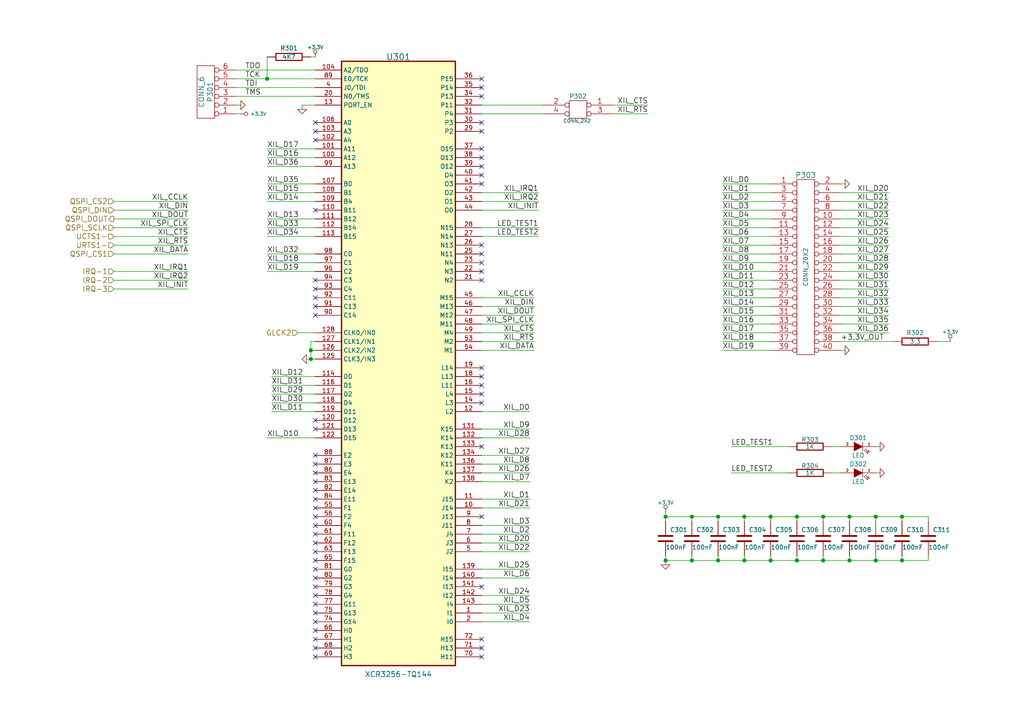
<source format=kicad_sch>
(kicad_sch (version 20250114) (generator "eeschema") (generator_version "9.0")
  (paper "A4")
  (title_block (title "Dev kit coldfire 5213") (date "Sun 22 Mar 2015") (rev "0"))
  (lib_symbols
    (symbol "kit-dev-coldfire-xilinx_5213:+3,3V" (power) (pin_names (offset 0))
      (property "Value" "+3,3V" (at 0 2.794 0))
      (symbol "+3,3V_0_0"
        (pin power_in line (at 0 0 90) (length 0) (hide yes) (name "+3.3V") (number "1"))
      )
      (symbol "+3,3V_0_1"
        (circle (center 0 1.524) (radius 0.508))
        (polyline (pts (xy 0 0) (xy 0 1.016) (xy 0 1.016)))
      )
    )
    (symbol "kit-dev-coldfire-xilinx_5213:C" (pin_numbers (hide yes)) (pin_names (offset 0.254))
      (property "Reference" "C" (at 0 2.54 0))
      (property "Value" "C" (at 0.1524 -2.159 0))
      (symbol "C_0_1"
        (polyline (pts (xy -2.032 0.762) (xy 2.032 0.762)) (stroke (width 0.508)))
        (polyline (pts (xy -2.032 -0.762) (xy 2.032 -0.762)) (stroke (width 0.508)))
      )
      (symbol "C_1_1"
        (pin passive line (at 0 5.08 270) (length 4.318) (name "~") (number "1"))
        (pin passive line (at 0 -5.08 90) (length 4.318) (name "~") (number "2"))
      )
    )
    (symbol "kit-dev-coldfire-xilinx_5213:CONN_20X2" (pin_names (offset 0.254) (hide yes))
      (property "Reference" "P" (at 0 26.67 0))
      (property "Value" "CONN_20X2" (at 0 0 90))
      (symbol "CONN_20X2_0_1"
        (rectangle (start -2.54 25.4) (end 2.54 -25.4))
      )
      (symbol "CONN_20X2_1_1"
        (pin passive inverted (at -10.16 24.13 0) (length 7.62) (name "P1") (number "1"))
        (pin passive inverted (at -10.16 21.59 0) (length 7.62) (name "P3") (number "3"))
        (pin passive inverted (at -10.16 19.05 0) (length 7.62) (name "P5") (number "5"))
        (pin passive inverted (at -10.16 16.51 0) (length 7.62) (name "P7") (number "7"))
        (pin passive inverted (at -10.16 13.97 0) (length 7.62) (name "P9") (number "9"))
        (pin passive inverted (at -10.16 11.43 0) (length 7.62) (name "P11") (number "11"))
        (pin passive inverted (at -10.16 8.89 0) (length 7.62) (name "P13") (number "13"))
        (pin passive inverted (at -10.16 6.35 0) (length 7.62) (name "P15") (number "15"))
        (pin passive inverted (at -10.16 3.81 0) (length 7.62) (name "P17") (number "17"))
        (pin passive inverted (at -10.16 1.27 0) (length 7.62) (name "P19") (number "19"))
        (pin passive inverted (at -10.16 -1.27 0) (length 7.62) (name "P21") (number "21"))
        (pin passive inverted (at -10.16 -3.81 0) (length 7.62) (name "P23") (number "23"))
        (pin passive inverted (at -10.16 -6.35 0) (length 7.62) (name "~") (number "25"))
        (pin passive inverted (at -10.16 -8.89 0) (length 7.62) (name "P27") (number "27"))
        (pin passive inverted (at -10.16 -11.43 0) (length 7.62) (name "P29") (number "29"))
        (pin passive inverted (at -10.16 -13.97 0) (length 7.62) (name "P31") (number "31"))
        (pin passive inverted (at -10.16 -16.51 0) (length 7.62) (name "P33") (number "33"))
        (pin passive inverted (at -10.16 -19.05 0) (length 7.62) (name "P35") (number "35"))
        (pin passive inverted (at -10.16 -21.59 0) (length 7.62) (name "P37") (number "37"))
        (pin passive inverted (at -10.16 -24.13 0) (length 7.62) (name "P39") (number "39"))
        (pin passive inverted (at 10.16 24.13 180) (length 7.62) (name "P2") (number "2"))
        (pin passive inverted (at 10.16 21.59 180) (length 7.62) (name "P4") (number "4"))
        (pin passive inverted (at 10.16 19.05 180) (length 7.62) (name "P6") (number "6"))
        (pin passive inverted (at 10.16 16.51 180) (length 7.62) (name "P8") (number "8"))
        (pin passive inverted (at 10.16 13.97 180) (length 7.62) (name "P10") (number "10"))
        (pin passive inverted (at 10.16 11.43 180) (length 7.62) (name "P12") (number "12"))
        (pin passive inverted (at 10.16 8.89 180) (length 7.62) (name "P14") (number "14"))
        (pin passive inverted (at 10.16 6.35 180) (length 7.62) (name "P16") (number "16"))
        (pin passive inverted (at 10.16 3.81 180) (length 7.62) (name "P18") (number "18"))
        (pin passive inverted (at 10.16 1.27 180) (length 7.62) (name "P20") (number "20"))
        (pin passive inverted (at 10.16 -1.27 180) (length 7.62) (name "P22") (number "22"))
        (pin passive inverted (at 10.16 -3.81 180) (length 7.62) (name "P24") (number "24"))
        (pin passive inverted (at 10.16 -6.35 180) (length 7.62) (name "P26") (number "26"))
        (pin passive inverted (at 10.16 -8.89 180) (length 7.62) (name "P28") (number "28"))
        (pin passive inverted (at 10.16 -11.43 180) (length 7.62) (name "P30") (number "30"))
        (pin passive inverted (at 10.16 -13.97 180) (length 7.62) (name "P32") (number "32"))
        (pin passive inverted (at 10.16 -16.51 180) (length 7.62) (name "P34") (number "34"))
        (pin passive inverted (at 10.16 -19.05 180) (length 7.62) (name "P36") (number "36"))
        (pin passive inverted (at 10.16 -21.59 180) (length 7.62) (name "P38") (number "38"))
        (pin passive inverted (at 10.16 -24.13 180) (length 7.62) (name "P40") (number "40"))
      )
    )
    (symbol "kit-dev-coldfire-xilinx_5213:CONN_2X2" (pin_names (offset 1.016) (hide yes))
      (property "Reference" "P" (at 0 3.81 0))
      (property "Value" "CONN_2X2" (at 0.254 -3.302 0))
      (symbol "CONN_2X2_0_1"
        (rectangle (start -2.54 2.54) (end 2.54 -2.54))
      )
      (symbol "CONN_2X2_1_1"
        (pin passive inverted (at -10.16 1.27 0) (length 7.62) (name "1") (number "1"))
        (pin passive inverted (at -10.16 -1.27 0) (length 7.62) (name "3") (number "3"))
        (pin passive inverted (at 10.16 1.27 180) (length 7.62) (name "2") (number "2"))
        (pin passive inverted (at 10.16 -1.27 180) (length 7.62) (name "4") (number "4"))
      )
    )
    (symbol "kit-dev-coldfire-xilinx_5213:CONN_6" (pin_names (offset 0.762) (hide yes))
      (property "Reference" "P" (at -1.27 0 90))
      (property "Value" "CONN_6" (at 1.27 0 90))
      (symbol "CONN_6_0_1"
        (rectangle (start -2.54 7.62) (end 2.54 -7.62))
      )
      (symbol "CONN_6_1_1"
        (pin passive inverted (at -8.89 6.35 0) (length 6.35) (name "1") (number "1"))
        (pin passive inverted (at -8.89 3.81 0) (length 6.35) (name "2") (number "2"))
        (pin passive inverted (at -8.89 1.27 0) (length 6.35) (name "3") (number "3"))
        (pin passive inverted (at -8.89 -1.27 0) (length 6.35) (name "4") (number "4"))
        (pin passive inverted (at -8.89 -3.81 0) (length 6.35) (name "5") (number "5"))
        (pin passive inverted (at -8.89 -6.35 0) (length 6.35) (name "6") (number "6"))
      )
    )
    (symbol "kit-dev-coldfire-xilinx_5213:GND" (power) (pin_names (offset 0))
      (symbol "GND_0_1"
        (polyline (pts (xy -1.27 0) (xy 0 -1.27) (xy 1.27 0) (xy -1.27 0)))
      )
      (symbol "GND_1_1"
        (pin power_in line (at 0 0 90) (length 0) (hide yes) (name "GND") (number "1"))
      )
    )
    (symbol "kit-dev-coldfire-xilinx_5213:LED" (pin_names (offset 1.016) (hide yes))
      (property "Reference" "D" (at 0 2.54 0))
      (property "Value" "LED" (at 0 -2.54 0))
      (symbol "LED_0_1"
        (polyline (pts (xy -1.27 1.27) (xy 1.27 0) (xy -1.27 -1.27)) (fill (type outline)))
        (polyline (pts (xy 1.27 1.27) (xy 1.27 -1.27)))
        (polyline (pts (xy 1.651 -1.016) (xy 2.794 -2.032) (xy 2.667 -1.397)))
        (polyline (pts (xy 2.032 -0.635) (xy 3.175 -1.651) (xy 3.048 -1.016)))
      )
      (symbol "LED_1_1"
        (pin passive line (at -5.08 0 0) (length 3.81) (name "A") (number "2"))
        (pin passive line (at 5.08 0 180) (length 3.81) (name "K") (number "1"))
      )
    )
    (symbol "kit-dev-coldfire-xilinx_5213:R" (pin_numbers (hide yes)) (pin_names (offset 0))
      (property "Reference" "R" (at 2.032 0 90))
      (property "Value" "R" (at 0.1778 0.0254 90))
      (symbol "R_0_1"
        (rectangle (start -1.016 3.81) (end 1.016 -3.81) (stroke (width 0.3048)))
      )
      (symbol "R_1_1"
        (pin passive line (at 0 6.35 270) (length 2.54) (name "~") (number "1"))
        (pin passive line (at 0 -6.35 90) (length 2.54) (name "~") (number "2"))
      )
    )
    (symbol "kit-dev-coldfire-xilinx_5213:XCR3256-TQ144"
      (property "Reference" "U" (at 0 88.9 0))
      (property "Value" "XCR3256-TQ144" (at 0 -91.44 0))
      (symbol "XCR3256-TQ144_0_1"
        (rectangle (start -16.51 86.36) (end 16.51 -88.9) (stroke (width 0.381)) (fill (type background)))
      )
      (symbol "XCR3256-TQ144_1_1"
        (pin passive line (at -24.13 83.82 0) (length 7.62) (name "A2/TDO") (number "104"))
        (pin passive line (at -24.13 81.28 0) (length 7.62) (name "E0/TCK") (number "89"))
        (pin passive line (at -24.13 78.74 0) (length 7.62) (name "J0/TDI") (number "4"))
        (pin passive line (at -24.13 76.2 0) (length 7.62) (name "N0/TMS") (number "20"))
        (pin passive line (at -24.13 73.66 0) (length 7.62) (name "PORT_EN") (number "13"))
        (pin passive line (at -24.13 68.58 0) (length 7.62) (name "A0") (number "106"))
        (pin passive line (at -24.13 66.04 0) (length 7.62) (name "A3") (number "103"))
        (pin passive line (at -24.13 63.5 0) (length 7.62) (name "A4") (number "102"))
        (pin passive line (at -24.13 60.96 0) (length 7.62) (name "A11") (number "101"))
        (pin passive line (at -24.13 58.42 0) (length 7.62) (name "A12") (number "100"))
        (pin passive line (at -24.13 55.88 0) (length 7.62) (name "A13") (number "99"))
        (pin passive line (at -24.13 50.8 0) (length 7.62) (name "B0") (number "107"))
        (pin passive line (at -24.13 48.26 0) (length 7.62) (name "B1") (number "108"))
        (pin passive line (at -24.13 45.72 0) (length 7.62) (name "B4") (number "109"))
        (pin passive line (at -24.13 43.18 0) (length 7.62) (name "B11") (number "110"))
        (pin passive line (at -24.13 40.64 0) (length 7.62) (name "B12") (number "111"))
        (pin passive line (at -24.13 38.1 0) (length 7.62) (name "B14") (number "112"))
        (pin passive line (at -24.13 35.56 0) (length 7.62) (name "B15") (number "113"))
        (pin passive line (at -24.13 30.48 0) (length 7.62) (name "C0") (number "98"))
        (pin passive line (at -24.13 27.94 0) (length 7.62) (name "C1") (number "97"))
        (pin passive line (at -24.13 25.4 0) (length 7.62) (name "C2") (number "96"))
        (pin passive line (at -24.13 22.86 0) (length 7.62) (name "C3") (number "94"))
        (pin passive line (at -24.13 20.32 0) (length 7.62) (name "C4") (number "93"))
        (pin passive line (at -24.13 17.78 0) (length 7.62) (name "C11") (number "92"))
        (pin passive line (at -24.13 15.24 0) (length 7.62) (name "C13") (number "91"))
        (pin passive line (at -24.13 12.7 0) (length 7.62) (name "C14") (number "90"))
        (pin input line (at -24.13 7.62 0) (length 7.62) (name "CLK0/IN0") (number "128"))
        (pin input line (at -24.13 5.08 0) (length 7.62) (name "CLK1/IN1") (number "127"))
        (pin input line (at -24.13 2.54 0) (length 7.62) (name "CLK2/IN2") (number "126"))
        (pin input line (at -24.13 0 0) (length 7.62) (name "CLK3/IN3") (number "125"))
        (pin passive line (at -24.13 -5.08 0) (length 7.62) (name "D0") (number "114"))
        (pin passive line (at -24.13 -7.62 0) (length 7.62) (name "D1") (number "116"))
        (pin passive line (at -24.13 -10.16 0) (length 7.62) (name "D2") (number "117"))
        (pin passive line (at -24.13 -12.7 0) (length 7.62) (name "D4") (number "118"))
        (pin passive line (at -24.13 -15.24 0) (length 7.62) (name "D11") (number "119"))
        (pin passive line (at -24.13 -17.78 0) (length 7.62) (name "D12") (number "120"))
        (pin passive line (at -24.13 -20.32 0) (length 7.62) (name "D13") (number "121"))
        (pin passive line (at -24.13 -22.86 0) (length 7.62) (name "D15") (number "122"))
        (pin passive line (at -24.13 -27.94 0) (length 7.62) (name "E2") (number "88"))
        (pin passive line (at -24.13 -30.48 0) (length 7.62) (name "E3") (number "87"))
        (pin passive line (at -24.13 -33.02 0) (length 7.62) (name "E4") (number "86"))
        (pin passive line (at -24.13 -35.56 0) (length 7.62) (name "E13") (number "83"))
        (pin passive line (at -24.13 -38.1 0) (length 7.62) (name "E14") (number "82"))
        (pin passive line (at -24.13 -40.64 0) (length 7.62) (name "E11") (number "84"))
        (pin passive line (at -24.13 -43.18 0) (length 7.62) (name "F1") (number "55"))
        (pin passive line (at -24.13 -45.72 0) (length 7.62) (name "F2") (number "56"))
        (pin passive line (at -24.13 -48.26 0) (length 7.62) (name "F4") (number "60"))
        (pin passive line (at -24.13 -50.8 0) (length 7.62) (name "F11") (number "61"))
        (pin passive line (at -24.13 -53.34 0) (length 7.62) (name "F12") (number "62"))
        (pin passive line (at -24.13 -55.88 0) (length 7.62) (name "F13") (number "63"))
        (pin passive line (at -24.13 -58.42 0) (length 7.62) (name "F15") (number "65"))
        (pin input line (at -24.13 -60.96 0) (length 7.62) (name "G0") (number "81"))
        (pin passive line (at -24.13 -63.5 0) (length 7.62) (name "G2") (number "80"))
        (pin passive line (at -24.13 -66.04 0) (length 7.62) (name "G3") (number "79"))
        (pin passive line (at -24.13 -68.58 0) (length 7.62) (name "G4") (number "78"))
        (pin passive line (at -24.13 -71.12 0) (length 7.62) (name "G11") (number "77"))
        (pin passive line (at -24.13 -73.66 0) (length 7.5946) (name "G13") (number "75"))
        (pin passive line (at -24.13 -76.2 0) (length 7.62) (name "G14") (number "74"))
        (pin passive line (at -24.13 -78.74 0) (length 7.62) (name "H0") (number "66"))
        (pin passive line (at -24.13 -81.28 0) (length 7.62) (name "H1") (number "67"))
        (pin passive line (at -24.13 -83.82 0) (length 7.62) (name "H2") (number "68"))
        (pin passive line (at -24.13 -86.36 0) (length 7.62) (name "H3") (number "69"))
        (pin power_in line (at -13.97 -88.9 90) (length 0) (hide yes) (name "GND") (number "135"))
        (pin power_in line (at -11.43 86.36 270) (length 0) (hide yes) (name "VCC") (number "51"))
        (pin power_in line (at -11.43 -88.9 90) (length 0) (hide yes) (name "GND") (number "57"))
        (pin power_in line (at -8.89 86.36 270) (length 0) (hide yes) (name "VCC") (number "58"))
        (pin power_in line (at -8.89 -88.9 90) (length 0) (hide yes) (name "GND") (number "52"))
        (pin power_in line (at -6.35 86.36 270) (length 0) (hide yes) (name "VCC") (number "123"))
        (pin power_in line (at -6.35 -88.9 90) (length 0) (hide yes) (name "GND") (number "124"))
        (pin power_in line (at -3.81 86.36 270) (length 0) (hide yes) (name "VCC") (number "130"))
        (pin power_in line (at -3.81 -88.9 90) (length 0) (hide yes) (name "GND") (number "129"))
        (pin power_in line (at -1.27 86.36 270) (length 0) (hide yes) (name "VCC") (number "24"))
        (pin power_in line (at -1.27 -88.9 90) (length 0) (hide yes) (name "GND") (number "3"))
        (pin power_in line (at 1.27 86.36 270) (length 0) (hide yes) (name "VCC") (number "50"))
        (pin power_in line (at 1.27 -88.9 90) (length 0) (hide yes) (name "GND") (number "17"))
        (pin power_in line (at 3.81 86.36 270) (length 0) (hide yes) (name "VCC") (number "73"))
        (pin power_in line (at 3.81 -88.9 90) (length 0) (hide yes) (name "GND") (number "33"))
        (pin power_in line (at 6.35 86.36 270) (length 0) (hide yes) (name "VCC") (number "76"))
        (pin power_in line (at 6.35 -88.9 90) (length 0) (hide yes) (name "GND") (number "59"))
        (pin power_in line (at 8.89 86.36 270) (length 0) (hide yes) (name "VCC") (number "95"))
        (pin power_in line (at 8.89 -88.9 90) (length 0) (hide yes) (name "GND") (number "64"))
        (pin power_in line (at 11.43 86.36 270) (length 0) (hide yes) (name "VCC") (number "115"))
        (pin power_in line (at 11.43 -88.9 90) (length 0) (hide yes) (name "GND") (number "85"))
        (pin power_in line (at 13.97 86.36 270) (length 0) (hide yes) (name "VCC") (number "144"))
        (pin power_in line (at 13.97 -88.9 90) (length 0) (hide yes) (name "GND") (number "105"))
        (pin passive line (at 24.13 81.28 180) (length 7.62) (name "P15") (number "36"))
        (pin passive line (at 24.13 78.74 180) (length 7.62) (name "P14") (number "35"))
        (pin passive line (at 24.13 76.2 180) (length 7.62) (name "P13") (number "34"))
        (pin passive line (at 24.13 73.66 180) (length 7.62) (name "P11") (number "32"))
        (pin passive line (at 24.13 71.12 180) (length 7.62) (name "P4") (number "31"))
        (pin passive line (at 24.13 68.58 180) (length 7.62) (name "P3") (number "30"))
        (pin passive line (at 24.13 66.04 180) (length 7.62) (name "P2") (number "29"))
        (pin passive line (at 24.13 60.96 180) (length 7.62) (name "O15") (number "37"))
        (pin passive line (at 24.13 58.42 180) (length 7.62) (name "O13") (number "38"))
        (pin passive line (at 24.13 55.88 180) (length 7.62) (name "O12") (number "39"))
        (pin passive line (at 24.13 53.34 180) (length 7.62) (name "O4") (number "40"))
        (pin passive line (at 24.13 50.8 180) (length 7.62) (name "O3") (number "41"))
        (pin passive line (at 24.13 48.26 180) (length 7.62) (name "O2") (number "42"))
        (pin passive line (at 24.13 45.72 180) (length 7.62) (name "O1") (number "43"))
        (pin passive line (at 24.13 43.18 180) (length 7.62) (name "O0") (number "44"))
        (pin passive line (at 24.13 38.1 180) (length 7.62) (name "N15") (number "28"))
        (pin passive line (at 24.13 35.56 180) (length 7.62) (name "N14") (number "27"))
        (pin passive line (at 24.13 33.02 180) (length 7.62) (name "N13") (number "26"))
        (pin passive line (at 24.13 30.48 180) (length 7.62) (name "N11") (number "25"))
        (pin passive line (at 24.13 27.94 180) (length 7.62) (name "N4") (number "23"))
        (pin passive line (at 24.13 25.4 180) (length 7.62) (name "N3") (number "22"))
        (pin passive line (at 24.13 22.86 180) (length 7.62) (name "N2") (number "21"))
        (pin passive line (at 24.13 17.78 180) (length 7.62) (name "M15") (number "45"))
        (pin passive line (at 24.13 15.24 180) (length 7.62) (name "M13") (number "46"))
        (pin passive line (at 24.13 12.7 180) (length 7.62) (name "M12") (number "47"))
        (pin passive line (at 24.13 10.16 180) (length 7.62) (name "M11") (number "48"))
        (pin passive line (at 24.13 7.62 180) (length 7.62) (name "M4") (number "49"))
        (pin passive line (at 24.13 5.08 180) (length 7.62) (name "M2") (number "53"))
        (pin passive line (at 24.13 2.54 180) (length 7.62) (name "M1") (number "54"))
        (pin passive line (at 24.13 -2.54 180) (length 7.62) (name "L14") (number "19"))
        (pin passive line (at 24.13 -5.08 180) (length 7.62) (name "L13") (number "18"))
        (pin passive line (at 24.13 -7.62 180) (length 7.62) (name "L11") (number "16"))
        (pin passive line (at 24.13 -10.16 180) (length 7.62) (name "L4") (number "15"))
        (pin passive line (at 24.13 -12.7 180) (length 7.62) (name "L3") (number "14"))
        (pin passive line (at 24.13 -15.24 180) (length 7.62) (name "L2") (number "12"))
        (pin passive line (at 24.13 -20.32 180) (length 7.62) (name "K15") (number "131"))
        (pin passive line (at 24.13 -22.86 180) (length 7.62) (name "K14") (number "132"))
        (pin passive line (at 24.13 -25.4 180) (length 7.62) (name "K13") (number "133"))
        (pin passive line (at 24.13 -27.94 180) (length 7.62) (name "K12") (number "134"))
        (pin passive line (at 24.13 -30.48 180) (length 7.62) (name "K11") (number "136"))
        (pin passive line (at 24.13 -33.02 180) (length 7.62) (name "K4") (number "137"))
        (pin passive line (at 24.13 -35.56 180) (length 7.62) (name "K2") (number "138"))
        (pin passive line (at 24.13 -40.64 180) (length 7.62) (name "J15") (number "11"))
        (pin passive line (at 24.13 -43.18 180) (length 7.62) (name "J14") (number "10"))
        (pin passive line (at 24.13 -45.72 180) (length 7.62) (name "J13") (number "9"))
        (pin passive line (at 24.13 -48.26 180) (length 7.62) (name "J11") (number "8"))
        (pin passive line (at 24.13 -50.8 180) (length 7.62) (name "J4") (number "7"))
        (pin passive line (at 24.13 -53.34 180) (length 7.62) (name "J3") (number "6"))
        (pin passive line (at 24.13 -55.88 180) (length 7.62) (name "J2") (number "5"))
        (pin passive line (at 24.13 -60.96 180) (length 7.62) (name "I15") (number "139"))
        (pin passive line (at 24.13 -63.5 180) (length 7.62) (name "I14") (number "140"))
        (pin passive line (at 24.13 -66.04 180) (length 7.62) (name "I13") (number "141"))
        (pin passive line (at 24.13 -68.58 180) (length 7.62) (name "I12") (number "142"))
        (pin passive line (at 24.13 -71.12 180) (length 7.62) (name "I4") (number "143"))
        (pin passive line (at 24.13 -73.66 180) (length 7.62) (name "I1") (number "1"))
        (pin passive line (at 24.13 -76.2 180) (length 7.62) (name "I0") (number "2"))
        (pin passive line (at 24.13 -81.28 180) (length 7.62) (name "H15") (number "72"))
        (pin passive line (at 24.13 -83.82 180) (length 7.62) (name "H13") (number "71"))
        (pin passive line (at 24.13 -86.36 180) (length 7.62) (name "H11") (number "70"))
      )
    )
  )
  (junction (at 246.38 162.56) (diameter 1.016))
  (junction (at 200.66 149.86) (diameter 1.016))
  (junction (at 238.76 149.86) (diameter 1.016))
  (junction (at 193.04 149.86) (diameter 1.016))
  (junction (at 261.62 162.56) (diameter 1.016))
  (junction (at 223.52 162.56) (diameter 1.016))
  (junction (at 231.14 162.56) (diameter 1.016))
  (junction (at 254 162.56) (diameter 1.016))
  (junction (at 223.52 149.86) (diameter 1.016))
  (junction (at 261.62 149.86) (diameter 1.016))
  (junction (at 254 149.86) (diameter 1.016))
  (junction (at 90.17 104.14) (diameter 1.016))
  (junction (at 215.9 162.56) (diameter 1.016))
  (junction (at 193.04 162.56) (diameter 1.016))
  (junction (at 208.28 162.56) (diameter 1.016))
  (junction (at 231.14 149.86) (diameter 1.016))
  (junction (at 200.66 162.56) (diameter 1.016))
  (junction (at 77.47 22.86) (diameter 1.016))
  (junction (at 215.9 149.86) (diameter 1.016))
  (junction (at 208.28 149.86) (diameter 1.016))
  (junction (at 246.38 149.86) (diameter 1.016))
  (junction (at 90.17 101.6) (diameter 1.016))
  (junction (at 238.76 162.56) (diameter 1.016))
  (no_connect (at 91.44 121.92))
  (no_connect (at 139.7 109.22))
  (no_connect (at 91.44 137.16))
  (no_connect (at 91.44 88.9))
  (no_connect (at 139.7 190.5))
  (no_connect (at 91.44 83.82))
  (no_connect (at 91.44 86.36))
  (no_connect (at 91.44 132.08))
  (no_connect (at 91.44 187.96))
  (no_connect (at 139.7 35.56))
  (no_connect (at 91.44 154.94))
  (no_connect (at 139.7 50.8))
  (no_connect (at 91.44 142.24))
  (no_connect (at 91.44 190.5))
  (no_connect (at 91.44 152.4))
  (no_connect (at 139.7 81.28))
  (no_connect (at 139.7 78.74))
  (no_connect (at 91.44 38.1))
  (no_connect (at 91.44 165.1))
  (no_connect (at 91.44 170.18))
  (no_connect (at 91.44 157.48))
  (no_connect (at 139.7 187.96))
  (no_connect (at 139.7 111.76))
  (no_connect (at 91.44 134.62))
  (no_connect (at 139.7 116.84))
  (no_connect (at 91.44 172.72))
  (no_connect (at 91.44 40.64))
  (no_connect (at 139.7 27.94))
  (no_connect (at 139.7 43.18))
  (no_connect (at 91.44 81.28))
  (no_connect (at 139.7 185.42))
  (no_connect (at 139.7 129.54))
  (no_connect (at 91.44 149.86))
  (no_connect (at 139.7 45.72))
  (no_connect (at 139.7 25.4))
  (no_connect (at 139.7 73.66))
  (no_connect (at 139.7 106.68))
  (no_connect (at 91.44 144.78))
  (no_connect (at 91.44 167.64))
  (no_connect (at 91.44 162.56))
  (no_connect (at 139.7 149.86))
  (no_connect (at 139.7 53.34))
  (no_connect (at 91.44 182.88))
  (no_connect (at 139.7 114.3))
  (no_connect (at 139.7 38.1))
  (no_connect (at 139.7 22.86))
  (no_connect (at 91.44 175.26))
  (no_connect (at 91.44 160.02))
  (no_connect (at 91.44 177.8))
  (no_connect (at 91.44 124.46))
  (no_connect (at 91.44 147.32))
  (no_connect (at 139.7 76.2))
  (no_connect (at 91.44 139.7))
  (no_connect (at 91.44 60.96))
  (no_connect (at 139.7 71.12))
  (no_connect (at 91.44 35.56))
  (no_connect (at 139.7 48.26))
  (no_connect (at 91.44 185.42))
  (no_connect (at 91.44 91.44))
  (no_connect (at 139.7 170.18))
  (no_connect (at 91.44 180.34))
  (wire (pts (xy 139.7 132.08) (xy 153.67 132.08)))
  (wire (pts (xy 243.84 129.54) (xy 241.3 129.54)))
  (wire (pts (xy 243.84 83.82) (xy 257.81 83.82)))
  (wire (pts (xy 78.74 111.76) (xy 91.44 111.76)))
  (wire (pts (xy 215.9 149.86) (xy 215.9 151.13)))
  (wire (pts (xy 91.44 96.52) (xy 86.36 96.52)))
  (wire (pts (xy 231.14 149.86) (xy 238.76 149.86)))
  (wire (pts (xy 208.28 149.86) (xy 215.9 149.86)))
  (wire (pts (xy 54.61 83.82) (xy 33.02 83.82)))
  (wire (pts (xy 209.55 58.42) (xy 223.52 58.42)))
  (wire (pts (xy 200.66 149.86) (xy 200.66 151.13)))
  (wire (pts (xy 223.52 149.86) (xy 231.14 149.86)))
  (wire (pts (xy 139.7 144.78) (xy 153.67 144.78)))
  (wire (pts (xy 209.55 66.04) (xy 223.52 66.04)))
  (wire (pts (xy 215.9 162.56) (xy 215.9 161.29)))
  (wire (pts (xy 87.63 30.48) (xy 87.63 31.75)))
  (wire (pts (xy 139.7 147.32) (xy 153.67 147.32)))
  (wire (pts (xy 193.04 149.86) (xy 193.04 151.13)))
  (wire (pts (xy 209.55 60.96) (xy 223.52 60.96)))
  (wire (pts (xy 139.7 172.72) (xy 153.67 172.72)))
  (wire (pts (xy 193.04 162.56) (xy 193.04 163.83)))
  (wire (pts (xy 255.27 137.16) (xy 254 137.16)))
  (wire (pts (xy 243.84 68.58) (xy 257.81 68.58)))
  (wire (pts (xy 212.09 137.16) (xy 228.6 137.16)))
  (wire (pts (xy 77.47 53.34) (xy 91.44 53.34)))
  (wire (pts (xy 90.17 101.6) (xy 90.17 104.14)))
  (wire (pts (xy 91.44 30.48) (xy 87.63 30.48)))
  (wire (pts (xy 154.94 88.9) (xy 139.7 88.9)))
  (wire (pts (xy 209.55 93.98) (xy 223.52 93.98)))
  (wire (pts (xy 157.48 33.02) (xy 139.7 33.02)))
  (wire (pts (xy 246.38 162.56) (xy 254 162.56)))
  (wire (pts (xy 209.55 91.44) (xy 223.52 91.44)))
  (wire (pts (xy 139.7 139.7) (xy 153.67 139.7)))
  (wire (pts (xy 238.76 162.56) (xy 238.76 161.29)))
  (wire (pts (xy 77.47 45.72) (xy 91.44 45.72)))
  (wire (pts (xy 209.55 86.36) (xy 223.52 86.36)))
  (wire (pts (xy 193.04 162.56) (xy 200.66 162.56)))
  (wire (pts (xy 223.52 149.86) (xy 223.52 151.13)))
  (wire (pts (xy 246.38 149.86) (xy 246.38 151.13)))
  (wire (pts (xy 200.66 161.29) (xy 200.66 162.56)))
  (wire (pts (xy 54.61 68.58) (xy 33.02 68.58)))
  (wire (pts (xy 90.17 104.14) (xy 91.44 104.14)))
  (wire (pts (xy 261.62 151.13) (xy 261.62 149.86)))
  (wire (pts (xy 54.61 81.28) (xy 33.02 81.28)))
  (wire (pts (xy 212.09 129.54) (xy 228.6 129.54)))
  (wire (pts (xy 91.44 20.32) (xy 68.58 20.32)))
  (wire (pts (xy 54.61 58.42) (xy 33.02 58.42)))
  (wire (pts (xy 78.74 114.3) (xy 91.44 114.3)))
  (wire (pts (xy 209.55 73.66) (xy 223.52 73.66)))
  (wire (pts (xy 77.47 43.18) (xy 91.44 43.18)))
  (wire (pts (xy 246.38 149.86) (xy 254 149.86)))
  (wire (pts (xy 154.94 99.06) (xy 139.7 99.06)))
  (wire (pts (xy 193.04 161.29) (xy 193.04 162.56)))
  (wire (pts (xy 223.52 162.56) (xy 231.14 162.56)))
  (wire (pts (xy 208.28 162.56) (xy 215.9 162.56)))
  (wire (pts (xy 139.7 124.46) (xy 153.67 124.46)))
  (wire (pts (xy 209.55 55.88) (xy 223.52 55.88)))
  (wire (pts (xy 243.84 91.44) (xy 257.81 91.44)))
  (wire (pts (xy 193.04 148.59) (xy 193.04 149.86)))
  (wire (pts (xy 208.28 162.56) (xy 208.28 161.29)))
  (wire (pts (xy 139.7 137.16) (xy 153.67 137.16)))
  (wire (pts (xy 69.85 33.02) (xy 68.58 33.02)))
  (wire (pts (xy 78.74 119.38) (xy 91.44 119.38)))
  (wire (pts (xy 243.84 86.36) (xy 257.81 86.36)))
  (wire (pts (xy 193.04 149.86) (xy 200.66 149.86)))
  (wire (pts (xy 209.55 68.58) (xy 223.52 68.58)))
  (wire (pts (xy 243.84 76.2) (xy 257.81 76.2)))
  (wire (pts (xy 78.74 116.84) (xy 91.44 116.84)))
  (wire (pts (xy 77.47 55.88) (xy 91.44 55.88)))
  (wire (pts (xy 78.74 109.22) (xy 91.44 109.22)))
  (wire (pts (xy 177.8 33.02) (xy 187.96 33.02)))
  (wire (pts (xy 139.7 55.88) (xy 156.21 55.88)))
  (wire (pts (xy 156.21 60.96) (xy 139.7 60.96)))
  (wire (pts (xy 243.84 93.98) (xy 257.81 93.98)))
  (wire (pts (xy 243.84 137.16) (xy 241.3 137.16)))
  (wire (pts (xy 91.44 101.6) (xy 90.17 101.6)))
  (wire (pts (xy 243.84 78.74) (xy 257.81 78.74)))
  (wire (pts (xy 254 149.86) (xy 254 151.13)))
  (wire (pts (xy 139.7 127) (xy 153.67 127)))
  (wire (pts (xy 200.66 162.56) (xy 208.28 162.56)))
  (wire (pts (xy 231.14 149.86) (xy 231.14 151.13)))
  (wire (pts (xy 77.47 78.74) (xy 91.44 78.74)))
  (wire (pts (xy 154.94 101.6) (xy 139.7 101.6)))
  (wire (pts (xy 139.7 134.62) (xy 153.67 134.62)))
  (wire (pts (xy 261.62 149.86) (xy 269.24 149.86)))
  (wire (pts (xy 209.55 53.34) (xy 223.52 53.34)))
  (wire (pts (xy 254 162.56) (xy 254 161.29)))
  (wire (pts (xy 69.85 30.48) (xy 68.58 30.48)))
  (wire (pts (xy 68.58 22.86) (xy 77.47 22.86)))
  (wire (pts (xy 243.84 73.66) (xy 257.81 73.66)))
  (wire (pts (xy 139.7 68.58) (xy 156.21 68.58)))
  (wire (pts (xy 187.96 30.48) (xy 177.8 30.48)))
  (wire (pts (xy 231.14 162.56) (xy 231.14 161.29)))
  (wire (pts (xy 245.11 53.34) (xy 243.84 53.34)))
  (wire (pts (xy 238.76 162.56) (xy 246.38 162.56)))
  (wire (pts (xy 209.55 101.6) (xy 223.52 101.6)))
  (wire (pts (xy 77.47 58.42) (xy 91.44 58.42)))
  (wire (pts (xy 139.7 177.8) (xy 153.67 177.8)))
  (wire (pts (xy 254 129.54) (xy 255.27 129.54)))
  (wire (pts (xy 271.78 99.06) (xy 275.59 99.06)))
  (wire (pts (xy 139.7 175.26) (xy 153.67 175.26)))
  (wire (pts (xy 223.52 162.56) (xy 223.52 161.29)))
  (wire (pts (xy 209.55 76.2) (xy 223.52 76.2)))
  (wire (pts (xy 254 162.56) (xy 261.62 162.56)))
  (wire (pts (xy 215.9 149.86) (xy 223.52 149.86)))
  (wire (pts (xy 243.84 55.88) (xy 257.81 55.88)))
  (wire (pts (xy 54.61 66.04) (xy 33.02 66.04)))
  (wire (pts (xy 254 149.86) (xy 261.62 149.86)))
  (wire (pts (xy 91.44 16.51) (xy 90.17 16.51)))
  (wire (pts (xy 209.55 71.12) (xy 223.52 71.12)))
  (wire (pts (xy 77.47 76.2) (xy 91.44 76.2)))
  (wire (pts (xy 77.47 22.86) (xy 91.44 22.86)))
  (wire (pts (xy 139.7 119.38) (xy 153.67 119.38)))
  (wire (pts (xy 154.94 86.36) (xy 139.7 86.36)))
  (wire (pts (xy 215.9 162.56) (xy 223.52 162.56)))
  (wire (pts (xy 154.94 96.52) (xy 139.7 96.52)))
  (wire (pts (xy 259.08 99.06) (xy 243.84 99.06)))
  (wire (pts (xy 90.17 99.06) (xy 90.17 101.6)))
  (wire (pts (xy 243.84 58.42) (xy 257.81 58.42)))
  (wire (pts (xy 54.61 60.96) (xy 33.02 60.96)))
  (wire (pts (xy 200.66 149.86) (xy 208.28 149.86)))
  (wire (pts (xy 91.44 25.4) (xy 68.58 25.4)))
  (wire (pts (xy 33.02 78.74) (xy 54.61 78.74)))
  (wire (pts (xy 77.47 48.26) (xy 91.44 48.26)))
  (wire (pts (xy 77.47 127) (xy 91.44 127)))
  (wire (pts (xy 209.55 83.82) (xy 223.52 83.82)))
  (wire (pts (xy 243.84 63.5) (xy 257.81 63.5)))
  (wire (pts (xy 77.47 22.86) (xy 77.47 16.51)))
  (wire (pts (xy 243.84 66.04) (xy 257.81 66.04)))
  (wire (pts (xy 139.7 160.02) (xy 153.67 160.02)))
  (wire (pts (xy 139.7 157.48) (xy 153.67 157.48)))
  (wire (pts (xy 243.84 71.12) (xy 257.81 71.12)))
  (wire (pts (xy 208.28 149.86) (xy 208.28 151.13)))
  (wire (pts (xy 245.11 101.6) (xy 243.84 101.6)))
  (wire (pts (xy 54.61 63.5) (xy 33.02 63.5)))
  (wire (pts (xy 139.7 152.4) (xy 153.67 152.4)))
  (wire (pts (xy 154.94 93.98) (xy 139.7 93.98)))
  (wire (pts (xy 269.24 162.56) (xy 269.24 161.29)))
  (wire (pts (xy 139.7 66.04) (xy 156.21 66.04)))
  (wire (pts (xy 88.9 104.14) (xy 90.17 104.14)))
  (wire (pts (xy 209.55 99.06) (xy 223.52 99.06)))
  (wire (pts (xy 154.94 91.44) (xy 139.7 91.44)))
  (wire (pts (xy 231.14 162.56) (xy 238.76 162.56)))
  (wire (pts (xy 238.76 149.86) (xy 238.76 151.13)))
  (wire (pts (xy 243.84 96.52) (xy 257.81 96.52)))
  (wire (pts (xy 54.61 71.12) (xy 33.02 71.12)))
  (wire (pts (xy 77.47 73.66) (xy 91.44 73.66)))
  (wire (pts (xy 91.44 99.06) (xy 90.17 99.06)))
  (wire (pts (xy 139.7 180.34) (xy 153.67 180.34)))
  (wire (pts (xy 243.84 60.96) (xy 257.81 60.96)))
  (wire (pts (xy 261.62 162.56) (xy 269.24 162.56)))
  (wire (pts (xy 77.47 63.5) (xy 91.44 63.5)))
  (wire (pts (xy 139.7 167.64) (xy 153.67 167.64)))
  (wire (pts (xy 209.55 96.52) (xy 223.52 96.52)))
  (wire (pts (xy 77.47 66.04) (xy 91.44 66.04)))
  (wire (pts (xy 156.21 58.42) (xy 139.7 58.42)))
  (wire (pts (xy 139.7 165.1) (xy 153.67 165.1)))
  (wire (pts (xy 77.47 68.58) (xy 91.44 68.58)))
  (wire (pts (xy 246.38 162.56) (xy 246.38 161.29)))
  (wire (pts (xy 261.62 162.56) (xy 261.62 161.29)))
  (wire (pts (xy 243.84 81.28) (xy 257.81 81.28)))
  (wire (pts (xy 209.55 78.74) (xy 223.52 78.74)))
  (wire (pts (xy 209.55 63.5) (xy 223.52 63.5)))
  (wire (pts (xy 238.76 149.86) (xy 246.38 149.86)))
  (wire (pts (xy 54.61 73.66) (xy 33.02 73.66)))
  (wire (pts (xy 157.48 30.48) (xy 139.7 30.48)))
  (wire (pts (xy 269.24 149.86) (xy 269.24 151.13)))
  (wire (pts (xy 209.55 88.9) (xy 223.52 88.9)))
  (wire (pts (xy 68.58 27.94) (xy 91.44 27.94)))
  (wire (pts (xy 209.55 81.28) (xy 223.52 81.28)))
  (wire (pts (xy 243.84 88.9) (xy 257.81 88.9)))
  (wire (pts (xy 139.7 154.94) (xy 153.67 154.94)))
  (label "XIL_D19" (at 77.47 78.74 0) (effects (font (size 1.524 1.524))))
  (label "XIL_D32" (at 77.47 73.66 0) (effects (font (size 1.524 1.524))))
  (label "XIL_D24" (at 153.67 172.72 180) (effects (font (size 1.524 1.524))))
  (label "XIL_D34" (at 77.47 68.58 0) (effects (font (size 1.524 1.524))))
  (label "XIL_DOUT" (at 54.61 63.5 180) (effects (font (size 1.524 1.524))))
  (label "XIL_RTS" (at 187.96 33.02 180) (effects (font (size 1.524 1.524))))
  (label "XIL_D36" (at 77.47 48.26 0) (effects (font (size 1.524 1.524))))
  (label "XIL_D30" (at 78.74 116.84 0) (effects (font (size 1.524 1.524))))
  (label "XIL_D23" (at 153.67 177.8 180) (effects (font (size 1.524 1.524))))
  (label "XIL_D10" (at 77.47 127 0) (effects (font (size 1.524 1.524))))
  (label "XIL_D8" (at 209.55 73.66 0) (effects (font (size 1.524 1.524))))
  (label "XIL_D9" (at 209.55 76.2 0) (effects (font (size 1.524 1.524))))
  (label "XIL_D26" (at 153.67 137.16 180) (effects (font (size 1.524 1.524))))
  (label "XIL_D8" (at 153.67 134.62 180) (effects (font (size 1.524 1.524))))
  (label "XIL_D16" (at 209.55 93.98 0) (effects (font (size 1.524 1.524))))
  (label "XIL_D20" (at 153.67 157.48 180) (effects (font (size 1.524 1.524))))
  (label "XIL_D22" (at 257.81 60.96 180) (effects (font (size 1.524 1.524))))
  (label "XIL_D36" (at 257.81 96.52 180) (effects (font (size 1.524 1.524))))
  (label "XIL_D9" (at 153.67 124.46 180) (effects (font (size 1.524 1.524))))
  (label "XIL_D16" (at 77.47 45.72 0) (effects (font (size 1.524 1.524))))
  (label "XIL_D0" (at 153.67 119.38 180) (effects (font (size 1.524 1.524))))
  (label "TCK" (at 71.12 22.86 0) (effects (font (size 1.524 1.524))))
  (label "XIL_D6" (at 209.55 68.58 0) (effects (font (size 1.524 1.524))))
  (label "XIL_D24" (at 257.81 66.04 180) (effects (font (size 1.524 1.524))))
  (label "LED_TEST1" (at 212.09 129.54 0) (effects (font (size 1.524 1.524))))
  (label "XIL_D28" (at 153.67 127 180) (effects (font (size 1.524 1.524))))
  (label "TMS" (at 71.12 27.94 0) (effects (font (size 1.524 1.524))))
  (label "XIL_D33" (at 257.81 88.9 180) (effects (font (size 1.524 1.524))))
  (label "XIL_D19" (at 209.55 101.6 0) (effects (font (size 1.524 1.524))))
  (label "TDO" (at 71.12 20.32 0) (effects (font (size 1.524 1.524))))
  (label "XIL_D22" (at 153.67 160.02 180) (effects (font (size 1.524 1.524))))
  (label "XIL_D2" (at 209.55 58.42 0) (effects (font (size 1.524 1.524))))
  (label "XIL_CCLK" (at 54.61 58.42 180) (effects (font (size 1.524 1.524))))
  (label "XIL_D17" (at 77.47 43.18 0) (effects (font (size 1.524 1.524))))
  (label "XIL_RTS" (at 154.94 99.06 180) (effects (font (size 1.524 1.524))))
  (label "XIL_D7" (at 153.67 139.7 180) (effects (font (size 1.524 1.524))))
  (label "XIL_CTS" (at 187.96 30.48 180) (effects (font (size 1.524 1.524))))
  (label "TDI" (at 71.12 25.4 0) (effects (font (size 1.524 1.524))))
  (label "XIL_D33" (at 77.47 66.04 0) (effects (font (size 1.524 1.524))))
  (label "XIL_D27" (at 153.67 132.08 180) (effects (font (size 1.524 1.524))))
  (label "XIL_D18" (at 209.55 99.06 0) (effects (font (size 1.524 1.524))))
  (label "XIL_D28" (at 257.81 76.2 180) (effects (font (size 1.524 1.524))))
  (label "+3,3V_OUT" (at 243.84 99.06 0) (effects (font (size 1.524 1.524))))
  (label "XIL_D4" (at 153.67 180.34 180) (effects (font (size 1.524 1.524))))
  (label "XIL_D31" (at 257.81 83.82 180) (effects (font (size 1.524 1.524))))
  (label "XIL_D3" (at 209.55 60.96 0) (effects (font (size 1.524 1.524))))
  (label "XIL_CCLK" (at 154.94 86.36 180) (effects (font (size 1.524 1.524))))
  (label "LED_TEST2" (at 156.21 68.58 180) (effects (font (size 1.524 1.524))))
  (label "XIL_D5" (at 153.67 175.26 180) (effects (font (size 1.524 1.524))))
  (label "XIL_D20" (at 257.81 55.88 180) (effects (font (size 1.524 1.524))))
  (label "XIL_D3" (at 153.67 152.4 180) (effects (font (size 1.524 1.524))))
  (label "XIL_D11" (at 78.74 119.38 0) (effects (font (size 1.524 1.524))))
  (label "XIL_D7" (at 209.55 71.12 0) (effects (font (size 1.524 1.524))))
  (label "XIL_D14" (at 209.55 88.9 0) (effects (font (size 1.524 1.524))))
  (label "XIL_D13" (at 209.55 86.36 0) (effects (font (size 1.524 1.524))))
  (label "XIL_INIT" (at 54.61 83.82 180) (effects (font (size 1.524 1.524))))
  (label "XIL_D15" (at 77.47 55.88 0) (effects (font (size 1.524 1.524))))
  (label "LED_TEST2" (at 212.09 137.16 0) (effects (font (size 1.524 1.524))))
  (label "XIL_DOUT" (at 154.94 91.44 180) (effects (font (size 1.524 1.524))))
  (label "XIL_D35" (at 77.47 53.34 0) (effects (font (size 1.524 1.524))))
  (label "XIL_IRQ1" (at 156.21 55.88 180) (effects (font (size 1.524 1.524))))
  (label "XIL_D29" (at 78.74 114.3 0) (effects (font (size 1.524 1.524))))
  (label "XIL_D34" (at 257.81 91.44 180) (effects (font (size 1.524 1.524))))
  (label "XIL_D1" (at 153.67 144.78 180) (effects (font (size 1.524 1.524))))
  (label "XIL_CTS" (at 54.61 68.58 180) (effects (font (size 1.524 1.524))))
  (label "XIL_D32" (at 257.81 86.36 180) (effects (font (size 1.524 1.524))))
  (label "XIL_D18" (at 77.47 76.2 0) (effects (font (size 1.524 1.524))))
  (label "XIL_IRQ2" (at 156.21 58.42 180) (effects (font (size 1.524 1.524))))
  (label "XIL_DATA" (at 154.94 101.6 180) (effects (font (size 1.524 1.524))))
  (label "XIL_D10" (at 209.55 78.74 0) (effects (font (size 1.524 1.524))))
  (label "XIL_DATA" (at 54.61 73.66 180) (effects (font (size 1.524 1.524))))
  (label "XIL_D6" (at 153.67 167.64 180) (effects (font (size 1.524 1.524))))
  (label "LED_TEST1" (at 156.21 66.04 180) (effects (font (size 1.524 1.524))))
  (label "XIL_D13" (at 77.47 63.5 0) (effects (font (size 1.524 1.524))))
  (label "XIL_D12" (at 78.74 109.22 0) (effects (font (size 1.524 1.524))))
  (label "XIL_D12" (at 209.55 83.82 0) (effects (font (size 1.524 1.524))))
  (label "XIL_D4" (at 209.55 63.5 0) (effects (font (size 1.524 1.524))))
  (label "XIL_D11" (at 209.55 81.28 0) (effects (font (size 1.524 1.524))))
  (label "XIL_SPI_CLK" (at 154.94 93.98 180) (effects (font (size 1.524 1.524))))
  (label "XIL_D29" (at 257.81 78.74 180) (effects (font (size 1.524 1.524))))
  (label "XIL_INIT" (at 156.21 60.96 180) (effects (font (size 1.524 1.524))))
  (label "XIL_D25" (at 257.81 68.58 180) (effects (font (size 1.524 1.524))))
  (label "XIL_DIN" (at 54.61 60.96 180) (effects (font (size 1.524 1.524))))
  (label "XIL_D25" (at 153.67 165.1 180) (effects (font (size 1.524 1.524))))
  (label "XIL_IRQ1" (at 54.61 78.74 180) (effects (font (size 1.524 1.524))))
  (label "XIL_DIN" (at 154.94 88.9 180) (effects (font (size 1.524 1.524))))
  (label "XIL_D27" (at 257.81 73.66 180) (effects (font (size 1.524 1.524))))
  (label "XIL_D15" (at 209.55 91.44 0) (effects (font (size 1.524 1.524))))
  (label "XIL_IRQ2" (at 54.61 81.28 180) (effects (font (size 1.524 1.524))))
  (label "XIL_D21" (at 257.81 58.42 180) (effects (font (size 1.524 1.524))))
  (label "XIL_D2" (at 153.67 154.94 180) (effects (font (size 1.524 1.524))))
  (label "XIL_D14" (at 77.47 58.42 0) (effects (font (size 1.524 1.524))))
  (label "XIL_D5" (at 209.55 66.04 0) (effects (font (size 1.524 1.524))))
  (label "XIL_D17" (at 209.55 96.52 0) (effects (font (size 1.524 1.524))))
  (label "XIL_D35" (at 257.81 93.98 180) (effects (font (size 1.524 1.524))))
  (label "XIL_D23" (at 257.81 63.5 180) (effects (font (size 1.524 1.524))))
  (label "XIL_CTS" (at 154.94 96.52 180) (effects (font (size 1.524 1.524))))
  (label "XIL_SPI_CLK" (at 54.61 66.04 180) (effects (font (size 1.524 1.524))))
  (label "XIL_D0" (at 209.55 53.34 0) (effects (font (size 1.524 1.524))))
  (label "XIL_D31" (at 78.74 111.76 0) (effects (font (size 1.524 1.524))))
  (label "XIL_RTS" (at 54.61 71.12 180) (effects (font (size 1.524 1.524))))
  (label "XIL_D21" (at 153.67 147.32 180) (effects (font (size 1.524 1.524))))
  (label "XIL_D30" (at 257.81 81.28 180) (effects (font (size 1.524 1.524))))
  (label "XIL_D26" (at 257.81 71.12 180) (effects (font (size 1.524 1.524))))
  (label "XIL_D1" (at 209.55 55.88 0) (effects (font (size 1.524 1.524))))
  (hierarchical_label "QSPI_CS1" (shape input) (at 33.02 73.66 180) (effects (font (size 1.524 1.524))))
  (hierarchical_label "UCTS1-" (shape input) (at 33.02 68.58 180) (effects (font (size 1.524 1.524))))
  (hierarchical_label "IRQ-1" (shape input) (at 33.02 78.74 180) (effects (font (size 1.524 1.524))))
  (hierarchical_label "IRQ-3" (shape input) (at 33.02 83.82 180) (effects (font (size 1.524 1.524))))
  (hierarchical_label "URTS1-" (shape input) (at 33.02 71.12 180) (effects (font (size 1.524 1.524))))
  (hierarchical_label "IRQ-2" (shape input) (at 33.02 81.28 180) (effects (font (size 1.524 1.524))))
  (hierarchical_label "QSPI_DOUT" (shape output) (at 33.02 63.5 180) (effects (font (size 1.524 1.524))))
  (hierarchical_label "GLCK2" (shape input) (at 86.36 96.52 180) (effects (font (size 1.524 1.524))))
  (hierarchical_label "QSPI_SCLK" (shape input) (at 33.02 66.04 180) (effects (font (size 1.524 1.524))))
  (hierarchical_label "QSPI_CS2" (shape input) (at 33.02 58.42 180) (effects (font (size 1.524 1.524))))
  (hierarchical_label "QSPI_DIN" (shape input) (at 33.02 60.96 180) (effects (font (size 1.524 1.524))))
  (symbol (lib_id "kit-dev-coldfire-xilinx_5213:GND") (at 69.85 30.48 90) (unit 1)
    (property "Reference" "#PWR0302" (effects (hide yes)))
    (property "Value" "GND" (effects (hide yes)))
  )
  (symbol (lib_id "kit-dev-coldfire-xilinx_5213:CONN_6") (at 59.69 26.67 180) (unit 1)
    (property "Reference" "P301" (at 60.96 26.67 90) (effects (font (size 1.524 1.524))))
    (property "Value" "CONN_6" (at 58.42 26.67 90) (effects (font (size 1.524 1.524))))
    (property "Footprint" "Connector_PinHeader_2.54mm:PinHeader_1x06_P2.54mm_Vertical" (effects (hide yes)))
  )
  (symbol (lib_id "kit-dev-coldfire-xilinx_5213:R") (at 234.95 137.16 90) (unit 1)
    (property "Reference" "R304" (at 234.95 135.128 90))
    (property "Value" "1K" (at 234.95 137.16 90))
    (property "Footprint" "Resistor_SMD:R_0805_2012Metric" (effects (hide yes)))
  )
  (symbol (lib_id "kit-dev-coldfire-xilinx_5213:LED") (at 248.92 137.16 0) (unit 1)
    (property "Reference" "D302" (at 248.92 134.62 0))
    (property "Value" "LED" (at 248.92 139.7 0))
    (property "Footprint" "LED_SMD:LED_1206_3216Metric" (effects (hide yes)))
  )
  (symbol (lib_id "kit-dev-coldfire-xilinx_5213:GND") (at 255.27 137.16 90) (unit 1)
    (property "Reference" "#PWR0310" (effects (hide yes)))
    (property "Value" "GND" (effects (hide yes)))
  )
  (symbol (lib_id "kit-dev-coldfire-xilinx_5213:C") (at 223.52 156.21 0) (unit 1)
    (property "Reference" "C305" (at 224.79 153.67 0) (effects (justify left)))
    (property "Value" "100nF" (at 223.52 158.75 0) (effects (justify left)))
    (property "Footprint" "Capacitor_SMD:C_0805_2012Metric" (effects (hide yes)))
  )
  (symbol (lib_id "kit-dev-coldfire-xilinx_5213:C") (at 231.14 156.21 0) (unit 1)
    (property "Reference" "C306" (at 232.41 153.67 0) (effects (justify left)))
    (property "Value" "100nF" (at 231.14 158.75 0) (effects (justify left)))
    (property "Footprint" "Capacitor_SMD:C_0805_2012Metric" (effects (hide yes)))
  )
  (symbol (lib_id "kit-dev-coldfire-xilinx_5213:C") (at 238.76 156.21 0) (unit 1)
    (property "Reference" "C307" (at 240.03 153.67 0) (effects (justify left)))
    (property "Value" "100nF" (at 238.76 158.75 0) (effects (justify left)))
    (property "Footprint" "Capacitor_SMD:C_0805_2012Metric" (effects (hide yes)))
  )
  (symbol (lib_id "kit-dev-coldfire-xilinx_5213:C") (at 246.38 156.21 0) (unit 1)
    (property "Reference" "C308" (at 247.65 153.67 0) (effects (justify left)))
    (property "Value" "100nF" (at 246.38 158.75 0) (effects (justify left)))
    (property "Footprint" "Capacitor_SMD:C_0805_2012Metric" (effects (hide yes)))
  )
  (symbol (lib_id "kit-dev-coldfire-xilinx_5213:C") (at 193.04 156.21 0) (unit 1)
    (property "Reference" "C301" (at 194.31 153.67 0) (effects (justify left)))
    (property "Value" "100nF" (at 193.04 158.75 0) (effects (justify left)))
    (property "Footprint" "Capacitor_SMD:C_0805_2012Metric" (effects (hide yes)))
  )
  (symbol (lib_id "kit-dev-coldfire-xilinx_5213:C") (at 200.66 156.21 0) (unit 1)
    (property "Reference" "C302" (at 201.93 153.67 0) (effects (justify left)))
    (property "Value" "100nF" (at 200.66 158.75 0) (effects (justify left)))
    (property "Footprint" "Capacitor_SMD:C_0805_2012Metric" (effects (hide yes)))
  )
  (symbol (lib_id "kit-dev-coldfire-xilinx_5213:C") (at 208.28 156.21 0) (unit 1)
    (property "Reference" "C303" (at 209.55 153.67 0) (effects (justify left)))
    (property "Value" "100nF" (at 208.28 158.75 0) (effects (justify left)))
    (property "Footprint" "Capacitor_SMD:C_0805_2012Metric" (effects (hide yes)))
  )
  (symbol (lib_id "kit-dev-coldfire-xilinx_5213:C") (at 215.9 156.21 0) (unit 1)
    (property "Reference" "C304" (at 217.17 153.67 0) (effects (justify left)))
    (property "Value" "100nF" (at 215.9 158.75 0) (effects (justify left)))
    (property "Footprint" "Capacitor_SMD:C_0805_2012Metric" (effects (hide yes)))
  )
  (symbol (lib_id "kit-dev-coldfire-xilinx_5213:C") (at 254 156.21 0) (unit 1)
    (property "Reference" "C309" (at 255.27 153.67 0) (effects (justify left)))
    (property "Value" "100nF" (at 254 158.75 0) (effects (justify left)))
    (property "Footprint" "Capacitor_SMD:C_0805_2012Metric" (effects (hide yes)))
  )
  (symbol (lib_id "kit-dev-coldfire-xilinx_5213:C") (at 261.62 156.21 0) (unit 1)
    (property "Reference" "C310" (at 262.89 153.67 0) (effects (justify left)))
    (property "Value" "100nF" (at 261.62 158.75 0) (effects (justify left)))
    (property "Footprint" "Capacitor_SMD:C_0805_2012Metric" (effects (hide yes)))
  )
  (symbol (lib_id "kit-dev-coldfire-xilinx_5213:C") (at 269.24 156.21 0) (unit 1)
    (property "Reference" "C311" (at 270.51 153.67 0) (effects (justify left)))
    (property "Value" "100nF" (at 269.24 158.75 0) (effects (justify left)))
    (property "Footprint" "Capacitor_SMD:C_0805_2012Metric" (effects (hide yes)))
  )
  (symbol (lib_id "kit-dev-coldfire-xilinx_5213:+3,3V") (at 193.04 148.59 0) (unit 1)
    (property "Reference" "#PWR0311" (effects (hide yes)))
    (property "Value" "+3.3V" (at 193.04 145.796 0) (effects (font (size 1.016 1.016))))
  )
  (symbol (lib_id "kit-dev-coldfire-xilinx_5213:GND") (at 193.04 163.83 0) (unit 1)
    (property "Reference" "#PWR0312" (effects (hide yes)))
    (property "Value" "GND" (effects (hide yes)))
  )
  (symbol (lib_id "kit-dev-coldfire-xilinx_5213:R") (at 234.95 129.54 90) (unit 1)
    (property "Reference" "R303" (at 234.95 127.508 90))
    (property "Value" "1K" (at 234.95 129.54 90))
    (property "Footprint" "Resistor_SMD:R_0805_2012Metric" (effects (hide yes)))
  )
  (symbol (lib_id "kit-dev-coldfire-xilinx_5213:LED") (at 248.92 129.54 0) (unit 1)
    (property "Reference" "D301" (at 248.92 127 0))
    (property "Value" "LED" (at 248.92 132.08 0))
    (property "Footprint" "LED_SMD:LED_1206_3216Metric" (effects (hide yes)))
  )
  (symbol (lib_id "kit-dev-coldfire-xilinx_5213:GND") (at 255.27 129.54 90) (unit 1)
    (property "Reference" "#PWR0309" (effects (hide yes)))
    (property "Value" "GND" (effects (hide yes)))
  )
  (symbol (lib_id "kit-dev-coldfire-xilinx_5213:R") (at 83.82 16.51 270) (unit 1)
    (property "Reference" "R301" (at 83.82 13.97 90))
    (property "Value" "4K7" (at 83.82 16.51 90))
    (property "Footprint" "Resistor_SMD:R_0805_2012Metric" (effects (hide yes)))
  )
  (symbol (lib_id "kit-dev-coldfire-xilinx_5213:+3,3V") (at 91.44 16.51 0) (unit 1)
    (property "Reference" "#PWR0301" (effects (hide yes)))
    (property "Value" "+3.3V" (at 91.44 13.716 0) (effects (font (size 1.016 1.016))))
  )
  (symbol (lib_id "kit-dev-coldfire-xilinx_5213:+3,3V") (at 69.85 33.02 270) (unit 1)
    (property "Reference" "#PWR0304" (effects (hide yes)))
    (property "Value" "+3.3V" (at 74.93 33.02 90) (effects (font (size 1.016 1.016))))
  )
  (symbol (lib_id "kit-dev-coldfire-xilinx_5213:CONN_2X2") (at 167.64 31.75 0) (mirror y) (unit 1)
    (property "Reference" "P302" (at 167.64 27.94 0))
    (property "Value" "CONN_2X2" (at 167.386 35.052 0) (effects (font (size 1.016 1.016))))
    (property "Footprint" "Connector_PinHeader_2.54mm:PinHeader_2x02_P2.54mm_Vertical" (effects (hide yes)))
  )
  (symbol (lib_id "kit-dev-coldfire-xilinx_5213:CONN_20X2") (at 233.68 77.47 0) (unit 1)
    (property "Reference" "P303" (at 233.68 50.8 0) (effects (font (size 1.524 1.524))))
    (property "Value" "CONN_20X2" (at 233.68 77.47 90))
    (property "Footprint" "Connector_PinHeader_2.54mm:PinHeader_2x20_P2.54mm_Vertical" (effects (hide yes)))
  )
  (symbol (lib_id "kit-dev-coldfire-xilinx_5213:GND") (at 245.11 53.34 90) (unit 1)
    (property "Reference" "#PWR0305" (effects (hide yes)))
    (property "Value" "GND" (effects (hide yes)))
  )
  (symbol (lib_id "kit-dev-coldfire-xilinx_5213:GND") (at 245.11 101.6 90) (unit 1)
    (property "Reference" "#PWR0307" (effects (hide yes)))
    (property "Value" "GND" (effects (hide yes)))
  )
  (symbol (lib_id "kit-dev-coldfire-xilinx_5213:XCR3256-TQ144") (at 115.57 104.14 0) (unit 1)
    (property "Reference" "U301" (at 115.57 16.51 0) (effects (font (size 1.778 1.778))))
    (property "Value" "XCR3256-TQ144" (at 115.57 195.58 0) (effects (font (size 1.524 1.524))))
    (property "Footprint" "Package_QFP:TQFP-144_20x20mm_P0.5mm" (effects (hide yes)))
  )
  (symbol (lib_id "kit-dev-coldfire-xilinx_5213:GND") (at 87.63 31.75 0) (unit 1)
    (property "Reference" "#PWR0303" (effects (hide yes)))
    (property "Value" "GND" (effects (hide yes)))
  )
  (symbol (lib_id "kit-dev-coldfire-xilinx_5213:R") (at 265.43 99.06 270) (unit 1)
    (property "Reference" "R302" (at 265.43 96.52 90))
    (property "Value" "3,3" (at 265.43 99.06 90))
    (property "Footprint" "Resistor_THT:R_Axial_DIN0207_L6.3mm_D2.5mm_P10.16mm_Horizontal" (effects (hide yes)))
  )
  (symbol (lib_id "kit-dev-coldfire-xilinx_5213:+3,3V") (at 275.59 99.06 0) (unit 1)
    (property "Reference" "#PWR0306" (effects (hide yes)))
    (property "Value" "+3.3V" (at 275.59 96.266 0) (effects (font (size 1.016 1.016))))
  )
  (symbol (lib_id "kit-dev-coldfire-xilinx_5213:GND") (at 88.9 104.14 270) (unit 1)
    (property "Reference" "#PWR0308" (effects (hide yes)))
    (property "Value" "GND" (effects (hide yes)))
  )
)
</source>
